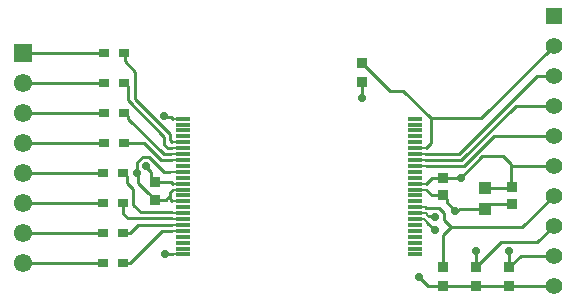
<source format=gbr>
%TF.GenerationSoftware,Altium Limited,Altium Designer,24.4.1 (13)*%
G04 Layer_Physical_Order=1*
G04 Layer_Color=255*
%FSLAX45Y45*%
%MOMM*%
%TF.SameCoordinates,62A203F9-3C5A-4200-B48A-7B08D2958CDC*%
%TF.FilePolarity,Positive*%
%TF.FileFunction,Copper,L1,Top,Signal*%
%TF.Part,Single*%
G01*
G75*
%TA.AperFunction,SMDPad,CuDef*%
%ADD10R,1.01213X1.05872*%
%ADD11R,0.91213X0.85872*%
%ADD12R,0.90000X0.80000*%
%ADD13R,1.30000X0.30000*%
%ADD14R,0.91213X0.95872*%
%TA.AperFunction,Conductor*%
%ADD15C,0.25400*%
%ADD16C,0.12700*%
%TA.AperFunction,ComponentPad*%
%ADD17C,1.40000*%
%ADD18R,1.40000X1.40000*%
%ADD19C,1.55000*%
%ADD20R,1.55000X1.55000*%
%TA.AperFunction,ViaPad*%
%ADD21C,0.71120*%
D10*
X15595599Y8063271D02*
D03*
Y7887929D02*
D03*
D11*
X14554201Y9120071D02*
D03*
Y8964729D02*
D03*
X15239999Y7392871D02*
D03*
Y7237529D02*
D03*
X15519400Y7392871D02*
D03*
Y7237529D02*
D03*
X15798801Y7392871D02*
D03*
Y7237529D02*
D03*
D12*
X12364900Y7937500D02*
D03*
X12534900D02*
D03*
X12361000Y7429500D02*
D03*
X12531000D02*
D03*
X12361000Y7683500D02*
D03*
X12531000D02*
D03*
X12364900Y8191500D02*
D03*
X12534900D02*
D03*
X12373700Y8445500D02*
D03*
X12543700D02*
D03*
X12373700Y8699500D02*
D03*
X12543700D02*
D03*
X12373700Y8953500D02*
D03*
X12543700D02*
D03*
X12373700Y9207500D02*
D03*
X12543700D02*
D03*
D13*
X13035800Y7502200D02*
D03*
Y7552200D02*
D03*
Y7602200D02*
D03*
Y7652200D02*
D03*
Y7702200D02*
D03*
Y7752200D02*
D03*
Y7802200D02*
D03*
Y7852200D02*
D03*
Y7902200D02*
D03*
Y7952200D02*
D03*
Y8002200D02*
D03*
Y8052200D02*
D03*
Y8102200D02*
D03*
Y8152200D02*
D03*
Y8202200D02*
D03*
Y8252200D02*
D03*
Y8302200D02*
D03*
Y8352200D02*
D03*
Y8402200D02*
D03*
Y8452200D02*
D03*
Y8502200D02*
D03*
Y8552200D02*
D03*
Y8602200D02*
D03*
Y8652200D02*
D03*
X15005800D02*
D03*
Y8602200D02*
D03*
Y8552200D02*
D03*
Y8502200D02*
D03*
Y8452200D02*
D03*
Y8402200D02*
D03*
Y8352200D02*
D03*
Y8302200D02*
D03*
Y8252200D02*
D03*
Y8202200D02*
D03*
Y8152200D02*
D03*
Y8102200D02*
D03*
Y8052200D02*
D03*
Y8002200D02*
D03*
Y7952200D02*
D03*
Y7902200D02*
D03*
Y7852200D02*
D03*
Y7802200D02*
D03*
Y7752200D02*
D03*
Y7702200D02*
D03*
Y7652200D02*
D03*
Y7602200D02*
D03*
Y7552200D02*
D03*
Y7502200D02*
D03*
D14*
X15824200Y7928329D02*
D03*
Y8073671D02*
D03*
X15239999Y8004529D02*
D03*
Y8149871D02*
D03*
X12801601Y8111771D02*
D03*
Y7966429D02*
D03*
D15*
X15813800Y8063271D02*
X15824200Y8073671D01*
X15595599Y8063271D02*
X15813800D01*
X15595599Y7887929D02*
Y7890259D01*
X15633507Y7928165D02*
X15648222D01*
X15648386Y7928329D02*
X15824200D01*
X15595599Y7890259D02*
X15633507Y7928165D01*
X15648222D02*
X15648386Y7928329D01*
X12576000Y8652254D02*
Y8672200D01*
Y8652254D02*
X12875694Y8352559D01*
X15250160Y7792689D02*
Y7853711D01*
X15308549Y7734300D02*
X15913100D01*
X15250160Y7792689D02*
X15308549Y7734300D01*
X15913100D02*
X16179800Y8001000D01*
X12660790Y8105157D02*
Y8183422D01*
X12652695Y8191517D02*
X12660790Y8183422D01*
X12881900Y8433076D02*
Y8500182D01*
Y8433076D02*
X12911617Y8403359D01*
X12932700Y8471418D02*
Y8521224D01*
X12911617Y8403359D02*
X12950359D01*
X12576000Y8806082D02*
X12881900Y8500182D01*
X12932700Y8471418D02*
X12949959Y8454159D01*
X12880898Y8677197D02*
X12889645Y8668449D01*
X12934251D01*
X12951208Y8651491D01*
X12636500Y8817424D02*
X12932700Y8521224D01*
X12543700Y8699500D02*
X12548700D01*
X12576000Y8672200D01*
X12875694Y8352559D02*
X12939488D01*
X12576000Y8806082D02*
Y8926200D01*
X12543700Y8445500D02*
X12710913D01*
X12854652Y8301759D01*
X12919299D01*
X12640860Y8191517D02*
Y8208426D01*
X12651740D02*
Y8282940D01*
X12697460Y8328660D01*
X12755911D01*
X12726685Y8241343D02*
X12768693Y8199335D01*
X12726685Y8241343D02*
Y8253715D01*
X12768693Y8144677D02*
Y8199335D01*
X12755911Y8328660D02*
X12882372Y8202200D01*
X12660790Y8105157D02*
X12740212Y8025735D01*
X15272906Y7942693D02*
X15341600Y7874000D01*
X15379340Y7887929D02*
X15595599D01*
X15272906Y7942693D02*
Y7971623D01*
X15239999Y8004529D02*
X15272906Y7971623D01*
X15116968Y7828794D02*
X15170906D01*
X15176500Y7823200D01*
X15207011Y7896860D02*
X15250160Y7853711D01*
X15145988Y7896860D02*
X15207011D01*
X15374158Y7882748D02*
X15379340Y7887929D01*
X15341600Y7874000D02*
X15350348Y7882748D01*
X15374158D01*
X15036800Y7315200D02*
X15114471Y7237529D01*
X15798801D01*
X15169775Y7708900D02*
X15176500D01*
X15108900Y7769776D02*
X15169775Y7708900D01*
X15089680Y8301400D02*
X15109921D01*
X15088879Y8352200D02*
X15088881Y8352201D01*
X15375674D01*
X15396716Y8301401D02*
X15858316Y8763000D01*
X15109923Y8301401D02*
X15396716D01*
X15375674Y8352201D02*
X16040474Y9017000D01*
X15093591Y8248291D02*
X15415450D01*
X15676158Y8509000D01*
X15392400Y8153400D02*
X15572099Y8333100D01*
X15109921Y8301400D02*
X15109923Y8301401D01*
X15239999Y7392871D02*
Y7665751D01*
X15308549Y7734300D01*
X15522124Y7395595D02*
Y7528893D01*
X15572099Y8333100D02*
X15752400D01*
X15820500Y8255000D02*
Y8265000D01*
X15752400Y8333100D02*
X15820500Y8265000D01*
Y8255000D02*
X16179800D01*
X15820500Y8077371D02*
X15824200Y8073671D01*
X15820500Y8077371D02*
Y8255000D01*
X15522070Y7392871D02*
X15733960Y7604760D01*
X16037560D01*
X16179800Y7747000D01*
X15145612Y7896482D02*
X15145988Y7896860D01*
X15095399Y7896482D02*
X15145612D01*
X15090041Y7901841D02*
X15095399Y7896482D01*
X16040474Y9017000D02*
X16179800D01*
X15858316Y8763000D02*
X16179800D01*
X15676158Y8509000D02*
X16179800D01*
X15243529Y8153400D02*
X15392400D01*
X12618000Y7924800D02*
Y8055029D01*
X12740212Y8025735D02*
X12744624D01*
X12567200Y8105829D02*
X12618000Y8055029D01*
X12567200Y8105829D02*
Y8164200D01*
X12539900Y8191500D02*
X12567200Y8164200D01*
X12534900Y8191500D02*
X12539900D01*
X12744624Y8025735D02*
X12801601Y7968759D01*
Y7966429D02*
Y7968759D01*
X12618000Y7924800D02*
X12684250Y7858550D01*
X12882372Y8202200D02*
X12930600D01*
X12586800Y7683500D02*
X12656300Y7753000D01*
X12575750Y7807750D02*
X12943250D01*
X12684250Y7858550D02*
X12944051D01*
X12656300Y7753000D02*
X12948801D01*
X12534900Y7848600D02*
X12575750Y7807750D01*
X12531000Y7683500D02*
X12586800D01*
X12859500Y7702200D02*
X12947301D01*
X12586800Y7429500D02*
X12859500Y7702200D01*
X12531000Y7429500D02*
X12586800D01*
X12547600Y9139282D02*
X12636500Y9050382D01*
Y8817424D02*
Y9050382D01*
X12543700Y8953500D02*
X12548700D01*
X12576000Y8926200D01*
X15239999Y8149871D02*
X15243529Y8153400D01*
X12768693Y8144677D02*
X12801601Y8111771D01*
X12364900Y8191500D02*
X12373700D01*
X11684000D02*
X12364900D01*
X12928600Y7975518D02*
Y8002000D01*
Y7975518D02*
X12947609Y7956509D01*
X12928600Y8002000D02*
Y8028882D01*
X12951917Y8052199D01*
X12951920D01*
X12942348Y8111771D02*
X12951118Y8103000D01*
X12952759D01*
X12801601Y8111771D02*
X12942348D01*
X12893028Y7966429D02*
X12928600Y8002000D01*
X12801601Y7966429D02*
X12893028D01*
X12922368Y8298691D02*
X12948409D01*
X12919299Y8301759D02*
X12922368Y8298691D01*
X12534900Y7848600D02*
Y7937500D01*
X12543700Y9207500D02*
X12547600Y9203600D01*
Y9139282D02*
Y9203600D01*
X12893291Y7502909D02*
X12951208D01*
X12890500Y7505700D02*
X12893291Y7502909D01*
X15798801Y7392871D02*
Y7531100D01*
X15802940Y7239000D02*
X16179800D01*
X15801471Y7237529D02*
X15802940Y7239000D01*
X15100301Y8051800D02*
X15147571Y8004529D01*
X15519400Y7392871D02*
X15522124Y7395595D01*
X15147571Y8004529D02*
X15239999D01*
X15100301Y8102600D02*
X15147571Y8149871D01*
X15239999D01*
X15096701Y8403801D02*
X15138400Y8445500D01*
Y8653482D01*
X15562282D02*
X16179800Y9271000D01*
X15138400Y8653482D02*
X15562282D01*
X14905473Y8886408D02*
X15138400Y8653482D01*
X14554201Y9120071D02*
X14556871D01*
X14790533Y8886408D01*
X14905473D01*
X14554201Y8826500D02*
Y8964729D01*
X15519400Y7392871D02*
X15522070D01*
X15901601Y7493000D02*
X16179800D01*
X15801471Y7392871D02*
X15901601Y7493000D01*
X15798801Y7392871D02*
X15801471D01*
X14552728Y9118600D02*
X14554201Y9120071D01*
X11684000Y7429500D02*
X12361000D01*
X11684000Y7683500D02*
X12361000D01*
X11684000Y7937500D02*
X12364900D01*
X11684000Y8445500D02*
X12373700D01*
X11684000Y8699500D02*
X12373700D01*
X11684000Y8953500D02*
X12373700D01*
X11684000Y9207500D02*
X12373700D01*
D16*
X12949959Y8454159D02*
X13033841D01*
X13035800Y8452200D01*
X15102550Y7776126D02*
X15108900Y7769776D01*
X15102550Y7776126D02*
Y7780351D01*
X15009050Y7798950D02*
X15083951D01*
X15102550Y7780351D01*
X15093732Y7852032D02*
X15116968Y7828794D01*
X15005968Y7852032D02*
X15093732D01*
X15005800Y7852200D02*
X15005968Y7852032D01*
X12951208Y8651491D02*
X13035091D01*
X13035800Y8652200D01*
X12947609Y7952200D02*
X13035800D01*
X12951920Y8052200D02*
X13035800D01*
X12952759Y8101359D02*
Y8103000D01*
X12950758Y8403759D02*
X13034241D01*
X12950359Y8403359D02*
X12950758Y8403759D01*
X13034241D02*
X13035800Y8402200D01*
X12951750Y8302031D02*
X13035631D01*
X12939488Y8352559D02*
X12943036Y8349012D01*
X13032613D01*
X13035800Y8352200D01*
X12948409Y8298691D02*
X12951750Y8302031D01*
X12930600Y8202200D02*
X13035800D01*
X13035631Y8302031D02*
X13035800Y8302200D01*
X12951208Y7502909D02*
X13035091D01*
X13035800Y7502200D01*
X12952759Y8101359D02*
X13034959D01*
X12950400Y7852200D02*
X13035800D01*
X12944051Y7858550D02*
X12950400Y7852200D01*
X12948801Y7802200D02*
X13035800D01*
X12943250Y7807750D02*
X12948801Y7802200D01*
X12947301Y7702200D02*
X13035800D01*
X12948801Y7753000D02*
X12949600Y7752200D01*
X13035800D01*
X13034959Y8101359D02*
X13035800Y8102200D01*
X15005800Y7802200D02*
X15009050Y7798950D01*
X15089680Y7902200D02*
X15090041Y7901841D01*
X15005800Y7902200D02*
X15089680D01*
X15006200Y8051800D02*
X15100301D01*
X15005800Y8052200D02*
X15006200Y8051800D01*
X15099899Y8102200D02*
X15100301Y8102600D01*
X15005800Y8102200D02*
X15099899D01*
X15005800Y8252200D02*
X15089682D01*
X15093591Y8248291D01*
X15088881Y8302200D02*
X15089680Y8301400D01*
X15005800Y8302200D02*
X15088881D01*
X15005800Y8352200D02*
X15088879D01*
X15095100Y8402200D02*
X15096701Y8403801D01*
X15005800Y8402200D02*
X15095100D01*
D17*
X16179800Y7239000D02*
D03*
Y7493000D02*
D03*
Y7747000D02*
D03*
Y8001000D02*
D03*
Y8255000D02*
D03*
Y8509000D02*
D03*
Y8763000D02*
D03*
Y9017000D02*
D03*
Y9271000D02*
D03*
D18*
Y9525000D02*
D03*
D19*
X11684000Y7429500D02*
D03*
Y7683500D02*
D03*
Y7937500D02*
D03*
Y8953500D02*
D03*
Y8699500D02*
D03*
Y8445500D02*
D03*
Y8191500D02*
D03*
D20*
Y9207500D02*
D03*
D21*
X12652695Y8191517D02*
D03*
X12880898Y8677197D02*
D03*
X12726685Y8253715D02*
D03*
X15176500Y7823200D02*
D03*
X15341600Y7874000D02*
D03*
X15036800Y7315200D02*
D03*
X15176500Y7708900D02*
D03*
X15392400Y8153400D02*
D03*
X15522124Y7528893D02*
D03*
X12890500Y7505700D02*
D03*
X15798801Y7531100D02*
D03*
X14554201Y8826500D02*
D03*
%TF.MD5,8aeb3c4a2589b435793bf4c620b2fcd2*%
M02*

</source>
